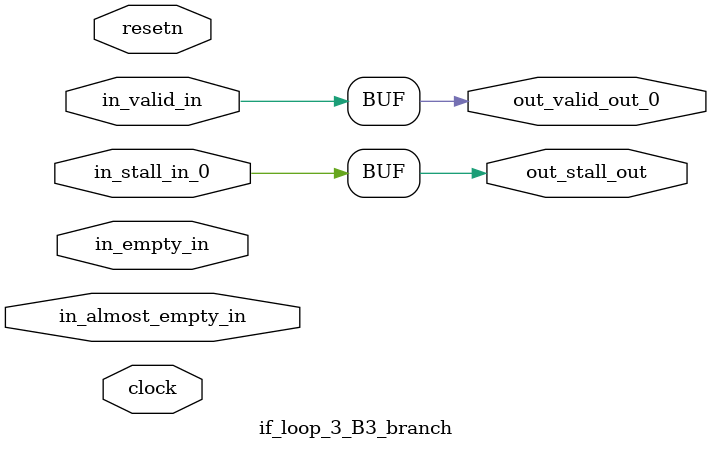
<source format=sv>



(* altera_attribute = "-name AUTO_SHIFT_REGISTER_RECOGNITION OFF; -name MESSAGE_DISABLE 10036; -name MESSAGE_DISABLE 10037; -name MESSAGE_DISABLE 14130; -name MESSAGE_DISABLE 14320; -name MESSAGE_DISABLE 15400; -name MESSAGE_DISABLE 14130; -name MESSAGE_DISABLE 10036; -name MESSAGE_DISABLE 12020; -name MESSAGE_DISABLE 12030; -name MESSAGE_DISABLE 12010; -name MESSAGE_DISABLE 12110; -name MESSAGE_DISABLE 14320; -name MESSAGE_DISABLE 13410; -name MESSAGE_DISABLE 113007; -name MESSAGE_DISABLE 10958" *)
module if_loop_3_B3_branch (
    input wire [0:0] in_almost_empty_in,
    input wire [0:0] in_empty_in,
    input wire [0:0] in_stall_in_0,
    input wire [0:0] in_valid_in,
    output wire [0:0] out_stall_out,
    output wire [0:0] out_valid_out_0,
    input wire clock,
    input wire resetn
    );

    reg [0:0] rst_sync_rst_sclrn;


    // out_stall_out(GPOUT,6)
    assign out_stall_out = in_stall_in_0;

    // out_valid_out_0(GPOUT,7)
    assign out_valid_out_0 = in_valid_in;

    // rst_sync(RESETSYNC,8)
    acl_reset_handler #(
        .ASYNC_RESET(0),
        .USE_SYNCHRONIZER(1),
        .PULSE_EXTENSION(0),
        .PIPE_DEPTH(3),
        .DUPLICATE(1)
    ) therst_sync (
        .clk(clock),
        .i_resetn(resetn),
        .o_sclrn(rst_sync_rst_sclrn)
    );

endmodule

</source>
